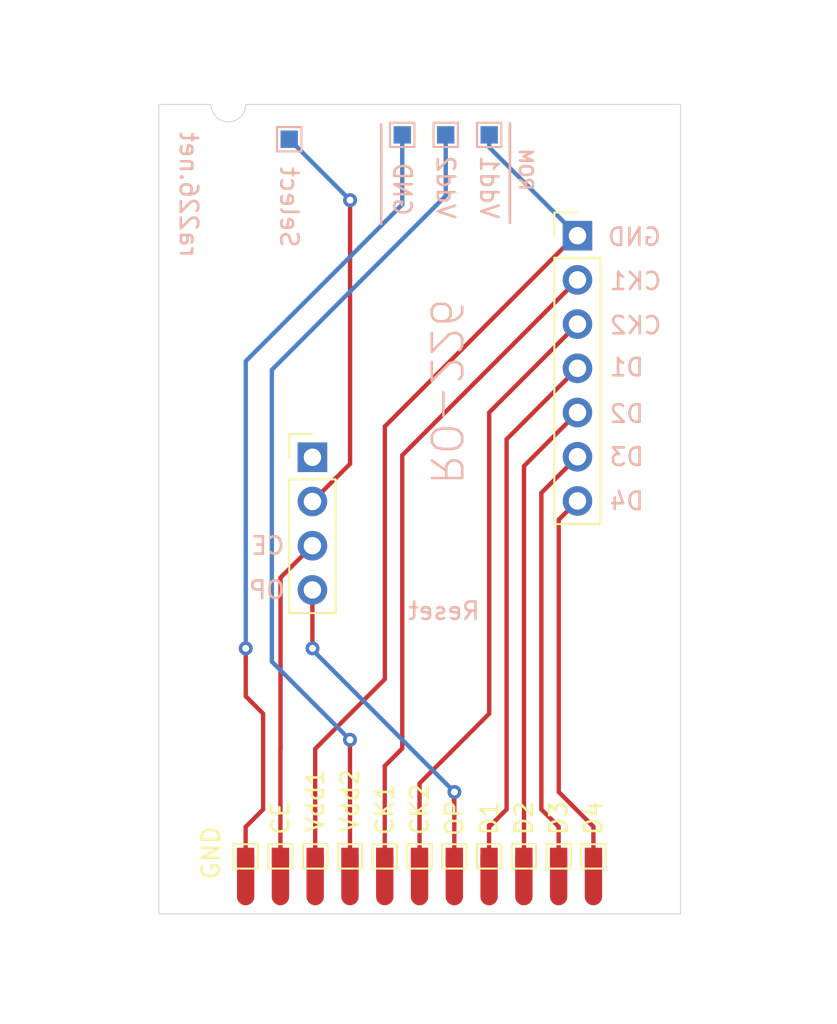
<source format=kicad_pcb>
(kicad_pcb (version 20211014) (generator pcbnew)
  (layers (0 "F.Cu" signal) (31 "B.Cu" signal) (34 "B.Paste" user) (36 "B.SilkS" user "B.Silkscreen") (37 "F.SilkS" user "F.Silkscreen") (38 "B.Mask" user) (39 "F.Mask" user) (44 "Edge.Cuts" user))
  (net 0 "")
  (net 1 "Net-(J_GND-CK-DATA1-Pad3)")
  (net 2 "Net-(J_GND-CK-DATA1-Pad2)")
  (net 3 "Net-(J_GND-CK-DATA1-Pad1)")
  (net 5 "Net-(J_OP-CE-SELECT-LED1-Pad3)")
  (net 6 "Net-(J_OP-CE-SELECT-LED1-Pad4)")
  (net 7 "Net-(J_GND-CK-DATA1-Pad4)")
  (net 8 "Net-(J_GND-CK-DATA1-Pad5)")
  (net 9 "Net-(J_GND-CK-DATA1-Pad6)")
  (net 10 "Net-(J_GND-CK-DATA1-Pad7)")
  (net 11 "Net-(J_OP-CE-SELECT-LED1-Pad2)")
  (net 12 "Net-(TP1-Pad1)")
  (net 13 "Net-(TP13-Pad1)")
  (footprint "Connector_PinHeader_2.54mm:PinHeader_1x07_P2.54mm_Vertical" (layer "F.Cu") (at 84.0762 68.0406)
    (fp_text reference "J_GND-CK-DATA1" hide)
    (fp_text value "Conn_01x07_Male")
    (fp_line (start -1.33 16.57) (end 1.33 16.57) (layer "F.SilkS") (width 0.12))
    (fp_line (start -1.33 -1.33) (end 0 -1.33) (layer "F.SilkS") (width 0.12))
    (fp_line (start -1.33 1.27) (end 1.33 1.27) (layer "F.SilkS") (width 0.12))
    (fp_line (start -1.33 1.27) (end -1.33 16.57) (layer "F.SilkS") (width 0.12))
    (fp_line (start -1.33 0) (end -1.33 -1.33) (layer "F.SilkS") (width 0.12))
    (fp_line (start 1.33 1.27) (end 1.33 16.57) (layer "F.SilkS") (width 0.12))
    (pad "1" thru_hole rect (at 0 0) (size 1.7 1.7) (drill 1) (layers *.Cu *.Mask) (net 3 "Net-(J_GND-CK-DATA1-Pad1)"))
    (pad "2" thru_hole oval (at 0 2.54) (size 1.7 1.7) (drill 1) (layers *.Cu *.Mask) (net 2 "Net-(J_GND-CK-DATA1-Pad2)"))
    (pad "3" thru_hole oval (at 0 5.08) (size 1.7 1.7) (drill 1) (layers *.Cu *.Mask) (net 1 "Net-(J_GND-CK-DATA1-Pad3)"))
    (pad "4" thru_hole oval (at 0 7.62) (size 1.7 1.7) (drill 1) (layers *.Cu *.Mask) (net 7 "Net-(J_GND-CK-DATA1-Pad4)"))
    (pad "5" thru_hole oval (at 0 10.16) (size 1.7 1.7) (drill 1) (layers *.Cu *.Mask) (net 8 "Net-(J_GND-CK-DATA1-Pad5)"))
    (pad "6" thru_hole oval (at 0 12.7) (size 1.7 1.7) (drill 1) (layers *.Cu *.Mask) (net 9 "Net-(J_GND-CK-DATA1-Pad6)"))
    (pad "7" thru_hole oval (at 0 15.24) (size 1.7 1.7) (drill 1) (layers *.Cu *.Mask) (net 10 "Net-(J_GND-CK-DATA1-Pad7)"))
  )
  (footprint "Connector_PinHeader_2.54mm:PinHeader_1x04_P2.54mm_Vertical" (layer "F.Cu") (at 68.834 80.772)
    (fp_text reference "J_OP-CE-SELECT-LED1" hide)
    (fp_text value "Conn_01x02_Male")
    (fp_line (start -1.33 0) (end -1.33 -1.33) (layer "F.SilkS") (width 0.12))
    (fp_line (start -1.33 8.95) (end 1.33 8.95) (layer "F.SilkS") (width 0.12))
    (fp_line (start 1.33 1.27) (end 1.33 8.95) (layer "F.SilkS") (width 0.12))
    (fp_line (start -1.33 1.27) (end 1.33 1.27) (layer "F.SilkS") (width 0.12))
    (fp_line (start -1.33 -1.33) (end 0 -1.33) (layer "F.SilkS") (width 0.12))
    (fp_line (start -1.33 1.27) (end -1.33 8.95) (layer "F.SilkS") (width 0.12))
    (pad "1" thru_hole rect (at 0 0) (size 1.7 1.7) (drill 1) (layers *.Cu *.Mask))
    (pad "2" thru_hole oval (at 0 2.54) (size 1.7 1.7) (drill 1) (layers *.Cu *.Mask) (net 11 "Net-(J_OP-CE-SELECT-LED1-Pad2)"))
    (pad "3" thru_hole oval (at 0 5.08) (size 1.7 1.7) (drill 1) (layers *.Cu *.Mask) (net 5 "Net-(J_OP-CE-SELECT-LED1-Pad3)"))
    (pad "4" thru_hole oval (at 0 7.62) (size 1.7 1.7) (drill 1) (layers *.Cu *.Mask) (net 6 "Net-(J_OP-CE-SELECT-LED1-Pad4)"))
  )
  (footprint "TestPoint:TestPoint_Pad_1.0x1.0mm" (layer "F.Cu") (at 64.9938 103.7)
    (fp_text reference "GND" (at -1.9938 -0.2 90) (layer "F.SilkS"))
    (fp_text value "GND")
    (fp_line (start 0.7 -0.7) (end 0.7 0.7) (layer "F.SilkS") (width 0.12))
    (fp_line (start -0.7 -0.7) (end 0.7 -0.7) (layer "F.SilkS") (width 0.12))
    (fp_line (start 0.7 0.7) (end -0.7 0.7) (layer "F.SilkS") (width 0.12))
    (fp_line (start -0.7 0.7) (end -0.7 -0.7) (layer "F.SilkS") (width 0.12))
    (pad "1" smd rect (at 0 0) (size 1 1) (layers "F.Cu" "F.Mask") (net 12 "Net-(TP1-Pad1)"))
  )
  (footprint "TestPoint:TestPoint_Pad_1.0x1.0mm" (layer "F.Cu") (at 66.9938 103.7)
    (fp_text reference "CE" (at 0.0062 -2.2 90) (layer "F.SilkS"))
    (fp_text value "CE")
    (fp_line (start -0.7 0.7) (end -0.7 -0.7) (layer "F.SilkS") (width 0.12))
    (fp_line (start -0.7 -0.7) (end 0.7 -0.7) (layer "F.SilkS") (width 0.12))
    (fp_line (start 0.7 -0.7) (end 0.7 0.7) (layer "F.SilkS") (width 0.12))
    (fp_line (start 0.7 0.7) (end -0.7 0.7) (layer "F.SilkS") (width 0.12))
    (pad "1" smd rect (at 0 0) (size 1 1) (layers "F.Cu" "F.Mask") (net 5 "Net-(J_OP-CE-SELECT-LED1-Pad3)"))
  )
  (footprint "TestPoint:TestPoint_Pad_1.0x1.0mm" (layer "F.Cu") (at 68.9938 103.7)
    (fp_text reference "Vdd1" (at 0 -3.2 90) (layer "F.SilkS"))
    (fp_text value "Vdd1")
    (fp_line (start -0.7 0.7) (end -0.7 -0.7) (layer "F.SilkS") (width 0.12))
    (fp_line (start 0.7 -0.7) (end 0.7 0.7) (layer "F.SilkS") (width 0.12))
    (fp_line (start 0.7 0.7) (end -0.7 0.7) (layer "F.SilkS") (width 0.12))
    (fp_line (start -0.7 -0.7) (end 0.7 -0.7) (layer "F.SilkS") (width 0.12))
    (pad "1" smd rect (at 0 0) (size 1 1) (layers "F.Cu" "F.Mask") (net 3 "Net-(J_GND-CK-DATA1-Pad1)"))
  )
  (footprint "TestPoint:TestPoint_Pad_1.0x1.0mm" (layer "F.Cu") (at 70.9938 103.7)
    (fp_text reference "Vdd2" (at 0 -3.2 90) (layer "F.SilkS"))
    (fp_text value "Vdd2 (NC)")
    (fp_line (start -0.7 -0.7) (end 0.7 -0.7) (layer "F.SilkS") (width 0.12))
    (fp_line (start -0.7 0.7) (end -0.7 -0.7) (layer "F.SilkS") (width 0.12))
    (fp_line (start 0.7 0.7) (end -0.7 0.7) (layer "F.SilkS") (width 0.12))
    (fp_line (start 0.7 -0.7) (end 0.7 0.7) (layer "F.SilkS") (width 0.12))
    (pad "1" smd rect (at 0 0) (size 1 1) (layers "F.Cu" "F.Mask") (net 13 "Net-(TP13-Pad1)"))
  )
  (footprint "TestPoint:TestPoint_Pad_1.0x1.0mm" (layer "F.Cu") (at 72.9938 103.7)
    (fp_text reference "CK1" (at 0 -2.7 90) (layer "F.SilkS"))
    (fp_text value "CK1")
    (fp_line (start -0.7 0.7) (end -0.7 -0.7) (layer "F.SilkS") (width 0.12))
    (fp_line (start 0.7 0.7) (end -0.7 0.7) (layer "F.SilkS") (width 0.12))
    (fp_line (start 0.7 -0.7) (end 0.7 0.7) (layer "F.SilkS") (width 0.12))
    (fp_line (start -0.7 -0.7) (end 0.7 -0.7) (layer "F.SilkS") (width 0.12))
    (pad "1" smd rect (at 0 0) (size 1 1) (layers "F.Cu" "F.Mask") (net 2 "Net-(J_GND-CK-DATA1-Pad2)"))
  )
  (footprint "TestPoint:TestPoint_Pad_1.0x1.0mm" (layer "F.Cu") (at 74.9938 103.7)
    (fp_text reference "CK2" (at 0.0062 -2.7 90) (layer "F.SilkS"))
    (fp_text value "CK2")
    (fp_line (start 0.7 0.7) (end -0.7 0.7) (layer "F.SilkS") (width 0.12))
    (fp_line (start -0.7 0.7) (end -0.7 -0.7) (layer "F.SilkS") (width 0.12))
    (fp_line (start 0.7 -0.7) (end 0.7 0.7) (layer "F.SilkS") (width 0.12))
    (fp_line (start -0.7 -0.7) (end 0.7 -0.7) (layer "F.SilkS") (width 0.12))
    (pad "1" smd rect (at 0 0) (size 1 1) (layers "F.Cu" "F.Mask") (net 1 "Net-(J_GND-CK-DATA1-Pad3)"))
  )
  (footprint "TestPoint:TestPoint_Pad_1.0x1.0mm" (layer "F.Cu") (at 76.9938 103.7)
    (fp_text reference "OP" (at 0 -2.2 90) (layer "F.SilkS"))
    (fp_text value "OP")
    (fp_line (start 0.7 -0.7) (end 0.7 0.7) (layer "F.SilkS") (width 0.12))
    (fp_line (start 0.7 0.7) (end -0.7 0.7) (layer "F.SilkS") (width 0.12))
    (fp_line (start -0.7 0.7) (end -0.7 -0.7) (layer "F.SilkS") (width 0.12))
    (fp_line (start -0.7 -0.7) (end 0.7 -0.7) (layer "F.SilkS") (width 0.12))
    (pad "1" smd rect (at 0 0) (size 1 1) (layers "F.Cu" "F.Mask") (net 6 "Net-(J_OP-CE-SELECT-LED1-Pad4)"))
  )
  (footprint "TestPoint:TestPoint_Pad_1.0x1.0mm" (layer "F.Cu") (at 78.9938 103.7)
    (fp_text reference "D1" (at 0.0062 -2.2 90) (layer "F.SilkS"))
    (fp_text value "D1")
    (fp_line (start 0.7 0.7) (end -0.7 0.7) (layer "F.SilkS") (width 0.12))
    (fp_line (start -0.7 -0.7) (end 0.7 -0.7) (layer "F.SilkS") (width 0.12))
    (fp_line (start 0.7 -0.7) (end 0.7 0.7) (layer "F.SilkS") (width 0.12))
    (fp_line (start -0.7 0.7) (end -0.7 -0.7) (layer "F.SilkS") (width 0.12))
    (pad "1" smd rect (at 0 0) (size 1 1) (layers "F.Cu" "F.Mask") (net 7 "Net-(J_GND-CK-DATA1-Pad4)"))
  )
  (footprint "TestPoint:TestPoint_Pad_1.0x1.0mm" (layer "F.Cu") (at 80.9938 103.7)
    (fp_text reference "D2" (at 0 -2.2 90) (layer "F.SilkS"))
    (fp_text value "D2")
    (fp_line (start -0.7 0.7) (end -0.7 -0.7) (layer "F.SilkS") (width 0.12))
    (fp_line (start 0.7 0.7) (end -0.7 0.7) (layer "F.SilkS") (width 0.12))
    (fp_line (start 0.7 -0.7) (end 0.7 0.7) (layer "F.SilkS") (width 0.12))
    (fp_line (start -0.7 -0.7) (end 0.7 -0.7) (layer "F.SilkS") (width 0.12))
    (pad "1" smd rect (at 0 0) (size 1 1) (layers "F.Cu" "F.Mask") (net 8 "Net-(J_GND-CK-DATA1-Pad5)"))
  )
  (footprint "TestPoint:TestPoint_Pad_1.0x1.0mm" (layer "F.Cu") (at 82.9938 103.7)
    (fp_text reference "D3" (at 0 -2.2 90) (layer "F.SilkS"))
    (fp_text value "D3")
    (fp_line (start -0.7 -0.7) (end 0.7 -0.7) (layer "F.SilkS") (width 0.12))
    (fp_line (start 0.7 0.7) (end -0.7 0.7) (layer "F.SilkS") (width 0.12))
    (fp_line (start -0.7 0.7) (end -0.7 -0.7) (layer "F.SilkS") (width 0.12))
    (fp_line (start 0.7 -0.7) (end 0.7 0.7) (layer "F.SilkS") (width 0.12))
    (pad "1" smd rect (at 0 0) (size 1 1) (layers "F.Cu" "F.Mask") (net 9 "Net-(J_GND-CK-DATA1-Pad6)"))
  )
  (footprint "TestPoint:TestPoint_Pad_1.0x1.0mm" (layer "F.Cu") (at 84.9938 103.7)
    (fp_text reference "D4" (at 0 -2.2 90) (layer "F.SilkS"))
    (fp_text value "D4")
    (fp_line (start 0.7 -0.7) (end 0.7 0.7) (layer "F.SilkS") (width 0.12))
    (fp_line (start 0.7 0.7) (end -0.7 0.7) (layer "F.SilkS") (width 0.12))
    (fp_line (start -0.7 -0.7) (end 0.7 -0.7) (layer "F.SilkS") (width 0.12))
    (fp_line (start -0.7 0.7) (end -0.7 -0.7) (layer "F.SilkS") (width 0.12))
    (pad "1" smd rect (at 0 0) (size 1 1) (layers "F.Cu" "F.Mask") (net 10 "Net-(J_GND-CK-DATA1-Pad7)"))
  )
  (footprint "MountingHole:MountingHole_2.2mm_M2" (layer "F.Cu") (at 76.4 87.1)
    (fp_text reference "Reset" (at 0 2.5) (layer "B.SilkS") (effects (justify mirror)))
    (fp_text value "MountingHole_2.2mm_M2")
    (pad "" np_thru_hole circle (at 0 0) (size 2.5 2.5) (drill 2.5) (layers F&B.Cu *.Mask))
  )
  (footprint "MountingHole:MountingHole_2.5mm" (layer "F.Cu") (at 86 99)
    (fp_text reference "REF**" hide)
    (fp_text value "MountingHole_2.5mm")
    (pad "" np_thru_hole circle (at 0 0) (size 2.5 2.5) (drill 2.5) (layers *.Cu *.Mask))
  )
  (footprint "MountingHole:MountingHole_2.5mm" (layer "F.Cu") (at 64 99)
    (fp_text reference "REF**" hide)
    (fp_text value "MountingHole_2.5mm")
    (pad "" np_thru_hole circle (at 0 0) (size 2.5 2.5) (drill 2.5) (layers *.Cu *.Mask))
  )
  (footprint "MountingHole:MountingHole_2.2mm_M2" (layer "F.Cu") (at 76.5 67.7)
    (fp_text reference "REF**" hide)
    (fp_text value "MountingHole_2.2mm_M2")
    (pad "" np_thru_hole circle (at 0 0) (size 1 1) (drill 1) (layers F&B.Cu *.Mask))
  )
  (footprint "TestPoint:TestPoint_Pad_1.0x1.0mm" (layer "B.Cu") (at 67.5 62.5 180)
    (fp_text reference "Select" (at 0 -1.5 270 unlocked) (layer "B.SilkS") (effects (justify right mirror)))
    (fp_text value "ROM Select")
    (fp_line (start -0.7 0.7) (end 0.7 0.7) (layer "B.SilkS") (width 0.12))
    (fp_line (start -0.7 -0.7) (end -0.7 0.7) (layer "B.SilkS") (width 0.12))
    (fp_line (start 0.7 0.7) (end 0.7 -0.7) (layer "B.SilkS") (width 0.12))
    (fp_line (start 0.7 -0.7) (end -0.7 -0.7) (layer "B.SilkS") (width 0.12))
    (pad "1" smd rect (at 0 0 180) (size 1 1) (layers "B.Cu" "B.Mask") (net 11 "Net-(J_OP-CE-SELECT-LED1-Pad2)"))
  )
  (footprint "TestPoint:TestPoint_Pad_1.0x1.0mm" (layer "B.Cu") (at 74 62.25 180)
    (fp_text reference "GND" (at 0 -1.5 270 unlocked) (layer "B.SilkS") (effects (justify right mirror)))
    (fp_text value "GND")
    (fp_line (start 0.7 -0.7) (end -0.7 -0.7) (layer "B.SilkS") (width 0.12))
    (fp_line (start -0.7 -0.7) (end -0.7 0.7) (layer "B.SilkS") (width 0.12))
    (fp_line (start 0.7 0.7) (end 0.7 -0.7) (layer "B.SilkS") (width 0.12))
    (fp_line (start -0.7 0.7) (end 0.7 0.7) (layer "B.SilkS") (width 0.12))
    (pad "1" smd rect (at 0 0 180) (size 1 1) (layers "B.Cu" "B.Mask") (net 12 "Net-(TP1-Pad1)"))
  )
  (footprint "TestPoint:TestPoint_Pad_1.0x1.0mm" (layer "B.Cu") (at 79 62.25 180)
    (fp_text reference "Vdd1" (at 0 -1.1 270 unlocked) (layer "B.SilkS") (effects (justify right mirror)))
    (fp_text value "Vdd1")
    (fp_line (start -0.7 -0.7) (end -0.7 0.7) (layer "B.SilkS") (width 0.12))
    (fp_line (start 0.7 0.7) (end 0.7 -0.7) (layer "B.SilkS") (width 0.12))
    (fp_line (start -0.7 0.7) (end 0.7 0.7) (layer "B.SilkS") (width 0.12))
    (fp_line (start 0.7 -0.7) (end -0.7 -0.7) (layer "B.SilkS") (width 0.12))
    (pad "1" smd rect (at 0 0 180) (size 1 1) (layers "B.Cu" "B.Mask") (net 3 "Net-(J_GND-CK-DATA1-Pad1)"))
  )
  (footprint "TestPoint:TestPoint_Pad_1.0x1.0mm" (layer "B.Cu") (at 76.5 62.25 180)
    (fp_text reference "Vdd2" (at 0 -1.1 270 unlocked) (layer "B.SilkS") (effects (justify right mirror)))
    (fp_text value "Vdd2")
    (fp_line (start 0.7 0.7) (end 0.7 -0.7) (layer "B.SilkS") (width 0.12))
    (fp_line (start -0.7 -0.7) (end -0.7 0.7) (layer "B.SilkS") (width 0.12))
    (fp_line (start 0.7 -0.7) (end -0.7 -0.7) (layer "B.SilkS") (width 0.12))
    (fp_line (start -0.7 0.7) (end 0.7 0.7) (layer "B.SilkS") (width 0.12))
    (pad "1" smd rect (at 0 0 180) (size 1 1) (layers "B.Cu" "B.Mask") (net 13 "Net-(TP13-Pad1)"))
  )
  (gr_line (start 60 60.5) (end 63 60.5) (layer "Edge.Cuts") (width 0.05))
  (gr_line (start 65 60.5) (end 90 60.5) (layer "Edge.Cuts") (width 0.05))
  (gr_line (start 60 60.5) (end 60 107) (layer "Edge.Cuts") (width 0.05))
  (gr_arc (start 65 60.5) (mid 64 61.5) (end 63 60.5) (layer "Edge.Cuts") (width 0.05))
  (gr_line (start 60 107) (end 90 107) (layer "Edge.Cuts") (width 0.05))
  (gr_line (start 90 107) (end 90 60.5) (layer "Edge.Cuts") (width 0.05))
  (gr_text "OP" (at 66.2065 88.392) (layer "B.SilkS") (effects (font (size 1 1)) (justify mirror)))
  (gr_text "ra226.net" (at 61.722 62 270) (layer "B.SilkS") (effects (font (size 1 1)) (justify right mirror)))
  (gr_text "GND" (at 87.352 68.1125) (layer "B.SilkS") (effects (font (size 1 1)) (justify mirror)))
  (gr_text "__________" (at 73.2 61.55 -90) (layer "B.SilkS") (effects (font (size 0.75 0.75)) (justify right mirror)))
  (gr_text "D1" (at 86.9075 75.6055) (layer "B.SilkS") (effects (font (size 1 1)) (justify mirror)))
  (gr_text "CK1" (at 87.4155 70.6525) (layer "B.SilkS") (effects (font (size 1 1)) (justify mirror)))
  (gr_text "D3" (at 86.9075 80.749) (layer "B.SilkS") (effects (font (size 1 1)) (justify mirror)))
  (gr_text "ROM" (at 81.1 64.25 -90) (layer "B.SilkS") (effects (font (size 0.75 0.75)) (justify mirror)))
  (gr_text "CK2" (at 87.4155 73.1925) (layer "B.SilkS") (effects (font (size 1 1)) (justify mirror)))
  (gr_text "__________" (at 80.6 64.45 -90) (layer "B.SilkS") (effects (font (size 0.75 0.75)) (justify mirror)))
  (gr_text "RO-226" (at 76.5 77 -90) (layer "B.SilkS") (effects (font (size 1.75 1.75)) (justify mirror)))
  (gr_text "D4" (at 86.9075 83.289) (layer "B.SilkS") (effects (font (size 1 1)) (justify mirror)))
  (gr_text "D2" (at 86.9075 78.2725) (layer "B.SilkS") (effects (font (size 1 1)) (justify mirror)))
  (gr_text "CE" (at 66.27 85.852) (layer "B.SilkS") (effects (font (size 1 1)) (justify mirror)))
  (segment (start 79 95.5) (end 74.9938 99.5062) (width 0.25) (layer "F.Cu") (net 1))
  (segment (start 74.9938 99.5062) (end 74.9938 100.9938) (width 0.25) (layer "F.Cu") (net 1))
  (segment (start 74.9938 103.7) (end 74.9938 100.9938) (width 0.25) (layer "F.Cu") (net 1))
  (segment (start 84.0762 73.1206) (end 79 78.1968) (width 0.25) (layer "F.Cu") (net 1))
  (segment (start 74.9938 100.9938) (end 74.9938 100.7402) (width 0.25) (layer "F.Cu") (net 1))
  (segment (start 74.9938 103.7) (end 74.9938 106.0082) (width 1) (layer "F.Cu") (net 1))
  (segment (start 79 78.1968) (end 79 95.5) (width 0.25) (layer "F.Cu") (net 1))
  (segment (start 72.9938 98.5062) (end 72.9938 103.7) (width 0.25) (layer "F.Cu") (net 2))
  (segment (start 84.0762 70.5806) (end 74 80.6568) (width 0.25) (layer "F.Cu") (net 2))
  (segment (start 74 97.5) (end 72.9938 98.5062) (width 0.25) (layer "F.Cu") (net 2))
  (segment (start 74 80.6568) (end 74 97.5) (width 0.25) (layer "F.Cu") (net 2))
  (segment (start 72.9938 103.7) (end 72.9938 106.0082) (width 1) (layer "F.Cu") (net 2))
  (segment (start 79 73) (end 73 79) (width 0.25) (layer "F.Cu") (net 3))
  (segment (start 68.9938 103.7) (end 68.9938 106.0082) (width 1) (layer "F.Cu") (net 3))
  (segment (start 79 73) (end 83.9594 68.0406) (width 0.25) (layer "F.Cu") (net 3))
  (segment (start 83.9594 68.0406) (end 84.0762 68.0406) (width 0.25) (layer "F.Cu") (net 3))
  (segment (start 73 79) (end 73 93.515) (width 0.25) (layer "F.Cu") (net 3))
  (segment (start 68.9938 97.5212) (end 68.9938 103.7) (width 0.25) (layer "F.Cu") (net 3))
  (segment (start 73 93.515) (end 68.9938 97.5212) (width 0.25) (layer "F.Cu") (net 3))
  (segment (start 79 62.25) (end 79 62.9644) (width 0.25) (layer "B.Cu") (net 3))
  (segment (start 79 62.9644) (end 84.0762 68.0406) (width 0.25) (layer "B.Cu") (net 3))
  (segment (start 67 97.5) (end 67 87.686) (width 0.25) (layer "F.Cu") (net 5))
  (segment (start 66.9938 103.7) (end 66.9938 106.0082) (width 1) (layer "F.Cu") (net 5))
  (segment (start 66.9938 97.5062) (end 67 97.5) (width 0.25) (layer "F.Cu") (net 5))
  (segment (start 66.9938 103.7) (end 66.9938 97.5062) (width 0.25) (layer "F.Cu") (net 5))
  (segment (start 67 87.686) (end 68.834 85.852) (width 0.25) (layer "F.Cu") (net 5))
  (segment (start 76.9538 100.4582) (end 76.9538 100.4582) (width 0.25) (layer "F.Cu") (net 6))
  (segment (start 76.9938 103.7) (end 76.9938 100.0062) (width 0.25) (layer "F.Cu") (net 6))
  (segment (start 68.834 91.744) (end 68.834 88.392) (width 0.25) (layer "F.Cu") (net 6))
  (segment (start 76.9938 100.0062) (end 77 100) (width 0.25) (layer "F.Cu") (net 6))
  (segment (start 68.84 91.75) (end 68.834 91.744) (width 0.25) (layer "F.Cu") (net 6))
  (segment (start 76.9938 103.7) (end 76.9938 106.0082) (width 1) (layer "F.Cu") (net 6))
  (via (at 68.84 91.75) (size 0.8) (drill 0.4) (layers "F.Cu" "B.Cu") (net 6))
  (via (at 77 100) (size 0.8) (drill 0.4) (layers "F.Cu" "B.Cu") (net 6))
  (segment (start 68.84 91.75) (end 68.84 91.84) (width 0.25) (layer "B.Cu") (net 6))
  (segment (start 68.84 91.84) (end 77 100) (width 0.25) (layer "B.Cu") (net 6))
  (segment (start 78.9938 103.7) (end 78.9938 106.0082) (width 1) (layer "F.Cu") (net 7))
  (segment (start 84.0762 75.6606) (end 80 79.7368) (width 0.25) (layer "F.Cu") (net 7))
  (segment (start 80 101) (end 78.9938 102.0062) (width 0.25) (layer "F.Cu") (net 7))
  (segment (start 78.9938 102.0062) (end 78.9938 101.9038) (width 0.25) (layer "F.Cu") (net 7))
  (segment (start 78.9938 103.7) (end 78.9938 102.0062) (width 0.25) (layer "F.Cu") (net 7))
  (segment (start 80 79.7368) (end 80 101) (width 0.25) (layer "F.Cu") (net 7))
  (segment (start 80.9938 103.7) (end 80.9938 106.0082) (width 1) (layer "F.Cu") (net 8))
  (segment (start 81 81.2768) (end 81 103.6938) (width 0.25) (layer "F.Cu") (net 8))
  (segment (start 84.0762 78.2006) (end 81 81.2768) (width 0.25) (layer "F.Cu") (net 8))
  (segment (start 81 103.6938) (end 80.9938 103.7) (width 0.25) (layer "F.Cu") (net 8))
  (segment (start 82 101) (end 82.9938 101.9938) (width 0.25) (layer "F.Cu") (net 9))
  (segment (start 82.9938 103.7) (end 82.9938 106.0082) (width 1) (layer "F.Cu") (net 9))
  (segment (start 82.9938 101.9938) (end 82.9938 103.7) (width 0.25) (layer "F.Cu") (net 9))
  (segment (start 82 82.8168) (end 82 101) (width 0.25) (layer "F.Cu") (net 9))
  (segment (start 84.0762 80.7406) (end 82 82.8168) (width 0.25) (layer "F.Cu") (net 9))
  (segment (start 84.9938 103.7) (end 84.9938 106.0082) (width 1) (layer "F.Cu") (net 10))
  (segment (start 84.0762 83.5254) (end 84.0762 83.2806) (width 0.25) (layer "F.Cu") (net 10))
  (segment (start 83 84.3568) (end 84.0762 83.2806) (width 0.25) (layer "F.Cu") (net 10))
  (segment (start 83 100) (end 83 84.3568) (width 0.25) (layer "F.Cu") (net 10))
  (segment (start 84.9938 103.7) (end 84.9938 101.9938) (width 0.25) (layer "F.Cu") (net 10))
  (segment (start 84.9938 101.9938) (end 83 100) (width 0.25) (layer "F.Cu") (net 10))
  (segment (start 71 81.146) (end 68.834 83.312) (width 0.25) (layer "F.Cu") (net 11))
  (segment (start 71 66) (end 71 81.146) (width 0.25) (layer "F.Cu") (net 11))
  (via (at 71 66) (size 0.8) (drill 0.4) (layers "F.Cu" "B.Cu") (net 11))
  (segment (start 67.5 62.5) (end 71 66) (width 0.25) (layer "B.Cu") (net 11))
  (segment (start 66 101) (end 64.9938 102.0062) (width 0.25) (layer "F.Cu") (net 12))
  (segment (start 65 91.75) (end 65 94.5) (width 0.25) (layer "F.Cu") (net 12))
  (segment (start 64.9938 106.0082) (end 64.9938 106.193) (width 0.25) (layer "F.Cu") (net 12))
  (segment (start 65 94.5) (end 66 95.5) (width 0.25) (layer "F.Cu") (net 12))
  (segment (start 64.9938 102.0062) (end 64.9938 103.7) (width 0.25) (layer "F.Cu") (net 12))
  (segment (start 64.9938 103.7) (end 64.9938 106.0082) (width 1) (layer "F.Cu") (net 12))
  (segment (start 66 95.5) (end 66 101) (width 0.25) (layer "F.Cu") (net 12))
  (via (at 65 91.75) (size 0.8) (drill 0.4) (layers "F.Cu" "B.Cu") (net 12))
  (segment (start 74 66.25) (end 74 62.25) (width 0.25) (layer "B.Cu") (net 12))
  (segment (start 65 91.75) (end 65 75.25) (width 0.25) (layer "B.Cu") (net 12))
  (segment (start 74 66.25) (end 65 75.25) (width 0.25) (layer "B.Cu") (net 12))
  (segment (start 70.9938 103.7) (end 70.9938 97) (width 0.25) (layer "F.Cu") (net 13))
  (segment (start 70.9938 103.7) (end 70.9938 106.0082) (width 1) (layer "F.Cu") (net 13))
  (via (at 70.9938 97) (size 0.8) (drill 0.4) (layers "F.Cu" "B.Cu") (net 13))
  (segment (start 66.5 92.5062) (end 66.5 75.75) (width 0.25) (layer "B.Cu") (net 13))
  (segment (start 76.5 65.75) (end 66.5 75.75) (width 0.25) (layer "B.Cu") (net 13))
  (segment (start 76.5 65.75) (end 76.5 62.25) (width 0.25) (layer "B.Cu") (net 13))
  (segment (start 70.9938 97) (end 66.5 92.5062) (width 0.25) (layer "B.Cu") (net 13))
)
</source>
